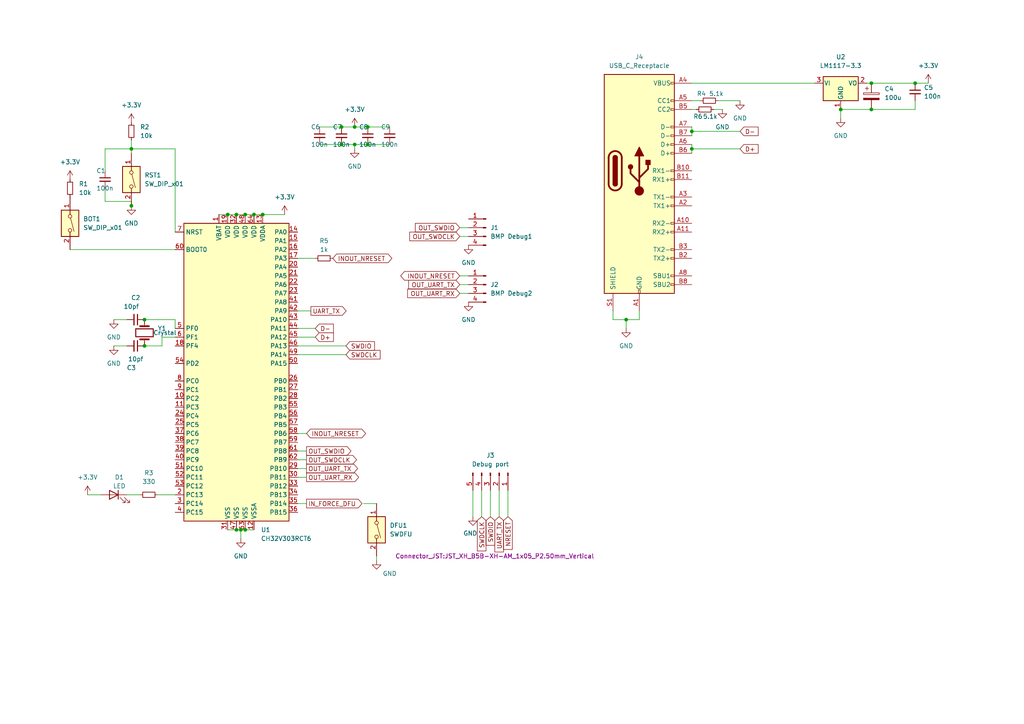
<source format=kicad_sch>
(kicad_sch (version 20231120) (generator "eeschema") (generator_version "8.0")
  (paper "A4")
  (lib_symbols
    (symbol "Connector:Conn_01x04_Male" (pin_names (offset 1.016) hide)
      (property "Reference" "J" (at 0 5.08 0))
      (property "Value" "Conn_01x04_Male" (at 0 -7.62 0))
      (symbol "Conn_01x04_Male_1_1"
        (polyline (pts (xy 1.27 -5.08) (xy 0.8636 -5.08)) (stroke (width 0.1524)))
        (polyline (pts (xy 1.27 -2.54) (xy 0.8636 -2.54)) (stroke (width 0.1524)))
        (polyline (pts (xy 1.27 0) (xy 0.8636 0)) (stroke (width 0.1524)))
        (polyline (pts (xy 1.27 2.54) (xy 0.8636 2.54)) (stroke (width 0.1524)))
        (rectangle (start 0.8636 -4.953) (end 0 -5.207) (stroke (width 0.1524)) (fill (type outline)))
        (rectangle (start 0.8636 -2.413) (end 0 -2.667) (stroke (width 0.1524)) (fill (type outline)))
        (rectangle (start 0.8636 0.127) (end 0 -0.127) (stroke (width 0.1524)) (fill (type outline)))
        (rectangle (start 0.8636 2.667) (end 0 2.413) (stroke (width 0.1524)) (fill (type outline)))
        (pin passive line (at 5.08 2.54 180) (length 3.81) (name "Pin_1") (number "1"))
        (pin passive line (at 5.08 0 180) (length 3.81) (name "Pin_2") (number "2"))
        (pin passive line (at 5.08 -2.54 180) (length 3.81) (name "Pin_3") (number "3"))
        (pin passive line (at 5.08 -5.08 180) (length 3.81) (name "Pin_4") (number "4"))
      )
    )
    (symbol "Connector:Conn_01x05_Male" (pin_names (offset 1.016) hide)
      (property "Reference" "J" (at 0 7.62 0))
      (property "Value" "Conn_01x05_Male" (at 0 -7.62 0))
      (symbol "Conn_01x05_Male_1_1"
        (polyline (pts (xy 1.27 -5.08) (xy 0.8636 -5.08)) (stroke (width 0.1524)))
        (polyline (pts (xy 1.27 -2.54) (xy 0.8636 -2.54)) (stroke (width 0.1524)))
        (polyline (pts (xy 1.27 0) (xy 0.8636 0)) (stroke (width 0.1524)))
        (polyline (pts (xy 1.27 2.54) (xy 0.8636 2.54)) (stroke (width 0.1524)))
        (polyline (pts (xy 1.27 5.08) (xy 0.8636 5.08)) (stroke (width 0.1524)))
        (rectangle (start 0.8636 -4.953) (end 0 -5.207) (stroke (width 0.1524)) (fill (type outline)))
        (rectangle (start 0.8636 -2.413) (end 0 -2.667) (stroke (width 0.1524)) (fill (type outline)))
        (rectangle (start 0.8636 0.127) (end 0 -0.127) (stroke (width 0.1524)) (fill (type outline)))
        (rectangle (start 0.8636 2.667) (end 0 2.413) (stroke (width 0.1524)) (fill (type outline)))
        (rectangle (start 0.8636 5.207) (end 0 4.953) (stroke (width 0.1524)) (fill (type outline)))
        (pin passive line (at 5.08 5.08 180) (length 3.81) (name "Pin_1") (number "1"))
        (pin passive line (at 5.08 2.54 180) (length 3.81) (name "Pin_2") (number "2"))
        (pin passive line (at 5.08 0 180) (length 3.81) (name "Pin_3") (number "3"))
        (pin passive line (at 5.08 -2.54 180) (length 3.81) (name "Pin_4") (number "4"))
        (pin passive line (at 5.08 -5.08 180) (length 3.81) (name "Pin_5") (number "5"))
      )
    )
    (symbol "Connector:USB_C_Receptacle" (pin_names (offset 1.016))
      (property "Reference" "J" (at -10.16 29.21 0))
      (property "Value" "USB_C_Receptacle" (at 10.16 29.21 0))
      (symbol "USB_C_Receptacle_0_0"
        (rectangle (start -0.254 -35.56) (end 0.254 -34.544))
        (rectangle (start 10.16 -32.766) (end 9.144 -33.274))
        (rectangle (start 10.16 -30.226) (end 9.144 -30.734))
        (rectangle (start 10.16 -25.146) (end 9.144 -25.654))
        (rectangle (start 10.16 -22.606) (end 9.144 -23.114))
        (rectangle (start 10.16 -17.526) (end 9.144 -18.034))
        (rectangle (start 10.16 -14.986) (end 9.144 -15.494))
        (rectangle (start 10.16 -9.906) (end 9.144 -10.414))
        (rectangle (start 10.16 -7.366) (end 9.144 -7.874))
        (rectangle (start 10.16 -2.286) (end 9.144 -2.794))
        (rectangle (start 10.16 0.254) (end 9.144 -0.254))
        (rectangle (start 10.16 5.334) (end 9.144 4.826))
        (rectangle (start 10.16 7.874) (end 9.144 7.366))
        (rectangle (start 10.16 10.414) (end 9.144 9.906))
        (rectangle (start 10.16 12.954) (end 9.144 12.446))
        (rectangle (start 10.16 18.034) (end 9.144 17.526))
        (rectangle (start 10.16 20.574) (end 9.144 20.066))
        (rectangle (start 10.16 25.654) (end 9.144 25.146))
      )
      (symbol "USB_C_Receptacle_0_1"
        (rectangle (start -10.16 27.94) (end 10.16 -35.56) (stroke (width 0.254)) (fill (type background)))
        (arc (start -8.89 -3.81) (mid -6.985 -5.7067) (end -5.08 -3.81) (stroke (width 0.508)))
        (arc (start -7.62 -3.81) (mid -6.985 -4.4423) (end -6.35 -3.81) (stroke (width 0.254)))
        (arc (start -7.62 -3.81) (mid -6.985 -4.4423) (end -6.35 -3.81) (stroke (width 0.254)) (fill (type outline)))
        (rectangle (start -7.62 -3.81) (end -6.35 3.81) (stroke (width 0.254)) (fill (type outline)))
        (arc (start -6.35 3.81) (mid -6.985 4.4423) (end -7.62 3.81) (stroke (width 0.254)))
        (arc (start -6.35 3.81) (mid -6.985 4.4423) (end -7.62 3.81) (stroke (width 0.254)) (fill (type outline)))
        (arc (start -5.08 3.81) (mid -6.985 5.7067) (end -8.89 3.81) (stroke (width 0.508)))
        (polyline (pts (xy -8.89 -3.81) (xy -8.89 3.81)) (stroke (width 0.508)))
        (polyline (pts (xy -5.08 3.81) (xy -5.08 -3.81)) (stroke (width 0.508)))
      )
      (symbol "USB_C_Receptacle_1_1"
        (circle (center -2.54 1.143) (radius 0.635) (stroke (width 0.254)) (fill (type outline)))
        (circle (center 0 -5.842) (radius 1.27) (fill (type outline)))
        (polyline (pts (xy 0 -5.842) (xy 0 4.318)) (stroke (width 0.508)))
        (polyline (pts (xy 0 -3.302) (xy -2.54 -0.762) (xy -2.54 0.508)) (stroke (width 0.508)))
        (polyline (pts (xy 0 -2.032) (xy 2.54 0.508) (xy 2.54 1.778)) (stroke (width 0.508)))
        (polyline (pts (xy -1.27 4.318) (xy 0 6.858) (xy 1.27 4.318) (xy -1.27 4.318)) (stroke (width 0.254)) (fill (type outline)))
        (rectangle (start 1.905 1.778) (end 3.175 3.048) (stroke (width 0.254)) (fill (type outline)))
        (pin passive line (at 0 -40.64 90) (length 5.08) (name "GND") (number "A1"))
        (pin bidirectional line (at 15.24 -15.24 180) (length 5.08) (name "RX2-") (number "A10"))
        (pin bidirectional line (at 15.24 -17.78 180) (length 5.08) (name "RX2+") (number "A11"))
        (pin passive line (at 0 -40.64 90) (length 5.08) hide (name "GND") (number "A12"))
        (pin bidirectional line (at 15.24 -10.16 180) (length 5.08) (name "TX1+") (number "A2"))
        (pin bidirectional line (at 15.24 -7.62 180) (length 5.08) (name "TX1-") (number "A3"))
        (pin passive line (at 15.24 25.4 180) (length 5.08) (name "VBUS") (number "A4"))
        (pin bidirectional line (at 15.24 20.32 180) (length 5.08) (name "CC1") (number "A5"))
        (pin bidirectional line (at 15.24 7.62 180) (length 5.08) (name "D+") (number "A6"))
        (pin bidirectional line (at 15.24 12.7 180) (length 5.08) (name "D-") (number "A7"))
        (pin bidirectional line (at 15.24 -30.48 180) (length 5.08) (name "SBU1") (number "A8"))
        (pin passive line (at 15.24 25.4 180) (length 5.08) hide (name "VBUS") (number "A9"))
        (pin passive line (at 0 -40.64 90) (length 5.08) hide (name "GND") (number "B1"))
        (pin bidirectional line (at 15.24 0 180) (length 5.08) (name "RX1-") (number "B10"))
        (pin bidirectional line (at 15.24 -2.54 180) (length 5.08) (name "RX1+") (number "B11"))
        (pin passive line (at 0 -40.64 90) (length 5.08) hide (name "GND") (number "B12"))
        (pin bidirectional line (at 15.24 -25.4 180) (length 5.08) (name "TX2+") (number "B2"))
        (pin bidirectional line (at 15.24 -22.86 180) (length 5.08) (name "TX2-") (number "B3"))
        (pin passive line (at 15.24 25.4 180) (length 5.08) hide (name "VBUS") (number "B4"))
        (pin bidirectional line (at 15.24 17.78 180) (length 5.08) (name "CC2") (number "B5"))
        (pin bidirectional line (at 15.24 5.08 180) (length 5.08) (name "D+") (number "B6"))
        (pin bidirectional line (at 15.24 10.16 180) (length 5.08) (name "D-") (number "B7"))
        (pin bidirectional line (at 15.24 -33.02 180) (length 5.08) (name "SBU2") (number "B8"))
        (pin passive line (at 15.24 25.4 180) (length 5.08) hide (name "VBUS") (number "B9"))
        (pin passive line (at -7.62 -40.64 90) (length 5.08) (name "SHIELD") (number "S1"))
      )
    )
    (symbol "Device:C_Polarized" (pin_numbers hide) (pin_names (offset 0.254))
      (property "Reference" "C" (at 0.635 2.54 0))
      (property "Value" "C_Polarized" (at 0.635 -2.54 0))
      (symbol "C_Polarized_0_1"
        (rectangle (start -2.286 0.508) (end 2.286 1.016))
        (polyline (pts (xy -1.778 2.286) (xy -0.762 2.286)))
        (polyline (pts (xy -1.27 2.794) (xy -1.27 1.778)))
        (rectangle (start 2.286 -0.508) (end -2.286 -1.016) (fill (type outline)))
      )
      (symbol "C_Polarized_1_1"
        (pin passive line (at 0 3.81 270) (length 2.794) (name "~") (number "1"))
        (pin passive line (at 0 -3.81 90) (length 2.794) (name "~") (number "2"))
      )
    )
    (symbol "Device:C_Small" (pin_numbers hide) (pin_names (offset 0.254) hide)
      (property "Reference" "C" (at 0.254 1.778 0))
      (property "Value" "C_Small" (at 0.254 -2.032 0))
      (symbol "C_Small_0_1"
        (polyline (pts (xy -1.524 -0.508) (xy 1.524 -0.508)) (stroke (width 0.3302)))
        (polyline (pts (xy -1.524 0.508) (xy 1.524 0.508)) (stroke (width 0.3048)))
      )
      (symbol "C_Small_1_1"
        (pin passive line (at 0 2.54 270) (length 2.032) (name "~") (number "1"))
        (pin passive line (at 0 -2.54 90) (length 2.032) (name "~") (number "2"))
      )
    )
    (symbol "Device:Crystal" (pin_numbers hide) (pin_names (offset 1.016) hide)
      (property "Reference" "Y" (at 0 3.81 0))
      (property "Value" "Crystal" (at 0 -3.81 0))
      (symbol "Crystal_0_1"
        (rectangle (start -1.143 2.54) (end 1.143 -2.54) (stroke (width 0.3048)))
        (polyline (pts (xy -2.54 0) (xy -1.905 0)))
        (polyline (pts (xy -1.905 -1.27) (xy -1.905 1.27)) (stroke (width 0.508)))
        (polyline (pts (xy 1.905 -1.27) (xy 1.905 1.27)) (stroke (width 0.508)))
        (polyline (pts (xy 2.54 0) (xy 1.905 0)))
      )
      (symbol "Crystal_1_1"
        (pin passive line (at -3.81 0 0) (length 1.27) (name "1") (number "1"))
        (pin passive line (at 3.81 0 180) (length 1.27) (name "2") (number "2"))
      )
    )
    (symbol "Device:LED" (pin_numbers hide) (pin_names (offset 1.016) hide)
      (property "Reference" "D" (at 0 2.54 0))
      (property "Value" "LED" (at 0 -2.54 0))
      (symbol "LED_0_1"
        (polyline (pts (xy -1.27 -1.27) (xy -1.27 1.27)) (stroke (width 0.254)))
        (polyline (pts (xy -1.27 0) (xy 1.27 0)))
        (polyline (pts (xy 1.27 -1.27) (xy 1.27 1.27) (xy -1.27 0) (xy 1.27 -1.27)) (stroke (width 0.254)))
        (polyline (pts (xy -3.048 -0.762) (xy -4.572 -2.286) (xy -3.81 -2.286) (xy -4.572 -2.286) (xy -4.572 -1.524)))
        (polyline (pts (xy -1.778 -0.762) (xy -3.302 -2.286) (xy -2.54 -2.286) (xy -3.302 -2.286) (xy -3.302 -1.524)))
      )
      (symbol "LED_1_1"
        (pin passive line (at -3.81 0 0) (length 2.54) (name "K") (number "1"))
        (pin passive line (at 3.81 0 180) (length 2.54) (name "A") (number "2"))
      )
    )
    (symbol "Device:R_Small" (pin_numbers hide) (pin_names (offset 0.254) hide)
      (property "Reference" "R" (at 0.762 0.508 0))
      (property "Value" "R_Small" (at 0.762 -1.016 0))
      (symbol "R_Small_0_1"
        (rectangle (start -0.762 1.778) (end 0.762 -1.778) (stroke (width 0.2032)))
      )
      (symbol "R_Small_1_1"
        (pin passive line (at 0 2.54 270) (length 0.762) (name "~") (number "1"))
        (pin passive line (at 0 -2.54 90) (length 0.762) (name "~") (number "2"))
      )
    )
    (symbol "MCU_ST_STM32F3:STM32F303RCTx"
      (property "Reference" "U" (at -15.24 44.45 0))
      (property "Value" "STM32F303RCTx" (at 10.16 44.45 0))
      (symbol "STM32F303RCTx_0_1"
        (rectangle (start -15.24 -43.18) (end 15.24 43.18) (stroke (width 0.254)) (fill (type background)))
      )
      (symbol "STM32F303RCTx_1_1"
        (pin power_in line (at -5.08 45.72 270) (length 2.54) (name "VBAT") (number "1"))
        (pin bidirectional line (at -17.78 -7.62 0) (length 2.54) (name "PC2") (number "10"))
        (pin bidirectional line (at -17.78 -10.16 0) (length 2.54) (name "PC3") (number "11"))
        (pin power_in line (at 5.08 -45.72 90) (length 2.54) (name "VSSA") (number "12"))
        (pin power_in line (at 7.62 45.72 270) (length 2.54) (name "VDDA") (number "13"))
        (pin bidirectional line (at 17.78 40.64 180) (length 2.54) (name "PA0") (number "14"))
        (pin bidirectional line (at 17.78 38.1 180) (length 2.54) (name "PA1") (number "15"))
        (pin bidirectional line (at 17.78 35.56 180) (length 2.54) (name "PA2") (number "16"))
        (pin bidirectional line (at 17.78 33.02 180) (length 2.54) (name "PA3") (number "17"))
        (pin bidirectional line (at -17.78 7.62 0) (length 2.54) (name "PF4") (number "18"))
        (pin power_in line (at -2.54 45.72 270) (length 2.54) (name "VDD") (number "19"))
        (pin bidirectional line (at -17.78 -35.56 0) (length 2.54) (name "PC13") (number "2"))
        (pin bidirectional line (at 17.78 30.48 180) (length 2.54) (name "PA4") (number "20"))
        (pin bidirectional line (at 17.78 27.94 180) (length 2.54) (name "PA5") (number "21"))
        (pin bidirectional line (at 17.78 25.4 180) (length 2.54) (name "PA6") (number "22"))
        (pin bidirectional line (at 17.78 22.86 180) (length 2.54) (name "PA7") (number "23"))
        (pin bidirectional line (at -17.78 -12.7 0) (length 2.54) (name "PC4") (number "24"))
        (pin bidirectional line (at -17.78 -15.24 0) (length 2.54) (name "PC5") (number "25"))
        (pin bidirectional line (at 17.78 -2.54 180) (length 2.54) (name "PB0") (number "26"))
        (pin bidirectional line (at 17.78 -5.08 180) (length 2.54) (name "PB1") (number "27"))
        (pin bidirectional line (at 17.78 -7.62 180) (length 2.54) (name "PB2") (number "28"))
        (pin bidirectional line (at 17.78 -27.94 180) (length 2.54) (name "PB10") (number "29"))
        (pin bidirectional line (at -17.78 -38.1 0) (length 2.54) (name "PC14") (number "3"))
        (pin bidirectional line (at 17.78 -30.48 180) (length 2.54) (name "PB11") (number "30"))
        (pin power_in line (at -2.54 -45.72 90) (length 2.54) (name "VSS") (number "31"))
        (pin power_in line (at 0 45.72 270) (length 2.54) (name "VDD") (number "32"))
        (pin bidirectional line (at 17.78 -33.02 180) (length 2.54) (name "PB12") (number "33"))
        (pin bidirectional line (at 17.78 -35.56 180) (length 2.54) (name "PB13") (number "34"))
        (pin bidirectional line (at 17.78 -38.1 180) (length 2.54) (name "PB14") (number "35"))
        (pin bidirectional line (at 17.78 -40.64 180) (length 2.54) (name "PB15") (number "36"))
        (pin bidirectional line (at -17.78 -17.78 0) (length 2.54) (name "PC6") (number "37"))
        (pin bidirectional line (at -17.78 -20.32 0) (length 2.54) (name "PC7") (number "38"))
        (pin bidirectional line (at -17.78 -22.86 0) (length 2.54) (name "PC8") (number "39"))
        (pin bidirectional line (at -17.78 -40.64 0) (length 2.54) (name "PC15") (number "4"))
        (pin bidirectional line (at -17.78 -25.4 0) (length 2.54) (name "PC9") (number "40"))
        (pin bidirectional line (at 17.78 20.32 180) (length 2.54) (name "PA8") (number "41"))
        (pin bidirectional line (at 17.78 17.78 180) (length 2.54) (name "PA9") (number "42"))
        (pin bidirectional line (at 17.78 15.24 180) (length 2.54) (name "PA10") (number "43"))
        (pin bidirectional line (at 17.78 12.7 180) (length 2.54) (name "PA11") (number "44"))
        (pin bidirectional line (at 17.78 10.16 180) (length 2.54) (name "PA12") (number "45"))
        (pin bidirectional line (at 17.78 7.62 180) (length 2.54) (name "PA13") (number "46"))
        (pin power_in line (at 0 -45.72 90) (length 2.54) (name "VSS") (number "47"))
        (pin power_in line (at 2.54 45.72 270) (length 2.54) (name "VDD") (number "48"))
        (pin bidirectional line (at 17.78 5.08 180) (length 2.54) (name "PA14") (number "49"))
        (pin input line (at -17.78 12.7 0) (length 2.54) (name "PF0") (number "5"))
        (pin bidirectional line (at 17.78 2.54 180) (length 2.54) (name "PA15") (number "50"))
        (pin bidirectional line (at -17.78 -27.94 0) (length 2.54) (name "PC10") (number "51"))
        (pin bidirectional line (at -17.78 -30.48 0) (length 2.54) (name "PC11") (number "52"))
        (pin bidirectional line (at -17.78 -33.02 0) (length 2.54) (name "PC12") (number "53"))
        (pin bidirectional line (at -17.78 2.54 0) (length 2.54) (name "PD2") (number "54"))
        (pin bidirectional line (at 17.78 -10.16 180) (length 2.54) (name "PB3") (number "55"))
        (pin bidirectional line (at 17.78 -12.7 180) (length 2.54) (name "PB4") (number "56"))
        (pin bidirectional line (at 17.78 -15.24 180) (length 2.54) (name "PB5") (number "57"))
        (pin bidirectional line (at 17.78 -17.78 180) (length 2.54) (name "PB6") (number "58"))
        (pin bidirectional line (at 17.78 -20.32 180) (length 2.54) (name "PB7") (number "59"))
        (pin input line (at -17.78 10.16 0) (length 2.54) (name "PF1") (number "6"))
        (pin input line (at -17.78 35.56 0) (length 2.54) (name "BOOT0") (number "60"))
        (pin bidirectional line (at 17.78 -22.86 180) (length 2.54) (name "PB8") (number "61"))
        (pin bidirectional line (at 17.78 -25.4 180) (length 2.54) (name "PB9") (number "62"))
        (pin power_in line (at 2.54 -45.72 90) (length 2.54) (name "VSS") (number "63"))
        (pin power_in line (at 5.08 45.72 270) (length 2.54) (name "VDD") (number "64"))
        (pin input line (at -17.78 40.64 0) (length 2.54) (name "NRST") (number "7"))
        (pin bidirectional line (at -17.78 -2.54 0) (length 2.54) (name "PC0") (number "8"))
        (pin bidirectional line (at -17.78 -5.08 0) (length 2.54) (name "PC1") (number "9"))
      )
    )
    (symbol "Regulator_Linear:LM1117-3.3" (pin_names (offset 0.254))
      (property "Reference" "U" (at -3.81 3.175 0))
      (property "Value" "LM1117-3.3" (at 0 3.175 0))
      (symbol "LM1117-3.3_0_1"
        (rectangle (start -5.08 -5.08) (end 5.08 1.905) (stroke (width 0.254)) (fill (type background)))
      )
      (symbol "LM1117-3.3_1_1"
        (pin power_in line (at 0 -7.62 90) (length 2.54) (name "GND") (number "1"))
        (pin power_out line (at 7.62 0 180) (length 2.54) (name "VO") (number "2"))
        (pin power_in line (at -7.62 0 0) (length 2.54) (name "VI") (number "3"))
      )
    )
    (symbol "Switch:SW_DIP_x01" (pin_names (offset 0) hide)
      (property "Reference" "SW" (at 0 3.81 0))
      (property "Value" "SW_DIP_x01" (at 0 -3.81 0))
      (symbol "SW_DIP_x01_0_0"
        (circle (center -2.032 0) (radius 0.508))
        (polyline (pts (xy -1.524 0.127) (xy 2.3622 1.1684)))
        (circle (center 2.032 0) (radius 0.508))
      )
      (symbol "SW_DIP_x01_0_1"
        (rectangle (start -3.81 2.54) (end 3.81 -2.54) (stroke (width 0.254)) (fill (type background)))
      )
      (symbol "SW_DIP_x01_1_1"
        (pin passive line (at -7.62 0 0) (length 5.08) (name "~") (number "1"))
        (pin passive line (at 7.62 0 180) (length 5.08) (name "~") (number "2"))
      )
    )
    (symbol "power:+3.3V" (power) (pin_names (offset 0))
      (property "Value" "+3.3V" (at 0 3.556 0))
      (symbol "+3.3V_0_1"
        (polyline (pts (xy -0.762 1.27) (xy 0 2.54)))
        (polyline (pts (xy 0 0) (xy 0 2.54)))
        (polyline (pts (xy 0 2.54) (xy 0.762 1.27)))
      )
      (symbol "+3.3V_1_1"
        (pin power_in line (at 0 0 90) (length 0) hide (name "+3.3V") (number "1"))
      )
    )
    (symbol "power:GND" (power) (pin_names (offset 0))
      (property "Value" "GND" (at 0 -3.81 0))
      (symbol "GND_0_1"
        (polyline (pts (xy 0 0) (xy 0 -1.27) (xy 1.27 -1.27) (xy 0 -2.54) (xy -1.27 -1.27) (xy 0 -1.27)))
      )
      (symbol "GND_1_1"
        (pin power_in line (at 0 0 270) (length 0) hide (name "GND") (number "1"))
      )
    )
  )
  (junction (at 99.06 41.91))
  (junction (at 106.68 36.83))
  (junction (at 68.58 153.67))
  (junction (at 71.12 153.67))
  (junction (at 73.66 62.23))
  (junction (at 99.06 36.83))
  (junction (at 38.1 43.18))
  (junction (at 69.85 153.67))
  (junction (at 102.87 36.83))
  (junction (at 41.91 92.71))
  (junction (at 252.73 24.13))
  (junction (at 68.58 62.23))
  (junction (at 243.84 31.75))
  (junction (at 76.2 62.23))
  (junction (at 71.12 62.23))
  (junction (at 265.43 24.13))
  (junction (at 200.66 38.1))
  (junction (at 252.73 31.75))
  (junction (at 106.68 41.91))
  (junction (at 38.1 59.69))
  (junction (at 200.66 43.18))
  (junction (at 66.04 62.23))
  (junction (at 181.61 92.71))
  (junction (at 41.91 100.33))
  (junction (at 102.87 41.91))
  (wire (pts (xy 99.06 41.91) (xy 102.87 41.91)))
  (wire (pts (xy 252.73 31.75) (xy 265.43 31.75)))
  (wire (pts (xy 66.04 153.67) (xy 68.58 153.67)))
  (wire (pts (xy 38.1 40.64) (xy 38.1 43.18)))
  (wire (pts (xy 243.84 31.75) (xy 252.73 31.75)))
  (wire (pts (xy 200.66 38.1) (xy 214.63 38.1)))
  (wire (pts (xy 252.73 24.13) (xy 265.43 24.13)))
  (wire (pts (xy 38.1 43.18) (xy 50.8 43.18)))
  (wire (pts (xy 200.66 24.13) (xy 236.22 24.13)))
  (wire (pts (xy 20.32 72.39) (xy 50.8 72.39)))
  (wire (pts (xy 69.85 153.67) (xy 71.12 153.67)))
  (wire (pts (xy 46.99 97.79) (xy 46.99 100.33)))
  (wire (pts (xy 133.35 80.01) (xy 135.89 80.01)))
  (wire (pts (xy 265.43 24.13) (xy 269.24 24.13)))
  (wire (pts (xy 265.43 29.21) (xy 265.43 31.75)))
  (wire (pts (xy 243.84 31.75) (xy 243.84 34.29)))
  (wire (pts (xy 142.24 142.24) (xy 142.24 149.86)))
  (wire (pts (xy 38.1 58.42) (xy 38.1 59.69)))
  (wire (pts (xy 144.78 142.24) (xy 144.78 149.86)))
  (wire (pts (xy 71.12 62.23) (xy 73.66 62.23)))
  (wire (pts (xy 181.61 92.71) (xy 185.42 92.71)))
  (wire (pts (xy 76.2 62.23) (xy 82.55 62.23)))
  (wire (pts (xy 30.48 49.53) (xy 30.48 43.18)))
  (wire (pts (xy 36.83 143.51) (xy 40.64 143.51)))
  (wire (pts (xy 30.48 54.61) (xy 30.48 58.42)))
  (wire (pts (xy 200.66 36.83) (xy 200.66 38.1)))
  (wire (pts (xy 133.35 66.04) (xy 135.89 66.04)))
  (wire (pts (xy 86.36 95.25) (xy 91.44 95.25)))
  (wire (pts (xy 41.91 100.33) (xy 46.99 100.33)))
  (wire (pts (xy 208.28 29.21) (xy 214.63 29.21)))
  (wire (pts (xy 185.42 90.17) (xy 185.42 92.71)))
  (wire (pts (xy 63.5 62.23) (xy 66.04 62.23)))
  (wire (pts (xy 102.87 41.91) (xy 106.68 41.91)))
  (wire (pts (xy 105.41 146.05) (xy 109.22 146.05)))
  (wire (pts (xy 177.8 92.71) (xy 181.61 92.71)))
  (wire (pts (xy 200.66 43.18) (xy 200.66 44.45)))
  (wire (pts (xy 102.87 41.91) (xy 102.87 43.18)))
  (wire (pts (xy 68.58 153.67) (xy 69.85 153.67)))
  (wire (pts (xy 30.48 43.18) (xy 38.1 43.18)))
  (wire (pts (xy 86.36 125.73) (xy 88.9 125.73)))
  (wire (pts (xy 200.66 29.21) (xy 203.2 29.21)))
  (wire (pts (xy 86.36 100.33) (xy 100.33 100.33)))
  (wire (pts (xy 200.66 38.1) (xy 200.66 39.37)))
  (wire (pts (xy 38.1 43.18) (xy 38.1 44.45)))
  (wire (pts (xy 133.35 85.09) (xy 135.89 85.09)))
  (wire (pts (xy 102.87 36.83) (xy 106.68 36.83)))
  (wire (pts (xy 139.7 142.24) (xy 139.7 149.86)))
  (wire (pts (xy 30.48 58.42) (xy 38.1 58.42)))
  (wire (pts (xy 86.36 135.89) (xy 88.9 135.89)))
  (wire (pts (xy 33.02 100.33) (xy 36.83 100.33)))
  (wire (pts (xy 181.61 92.71) (xy 181.61 95.25)))
  (wire (pts (xy 86.36 138.43) (xy 88.9 138.43)))
  (wire (pts (xy 92.71 41.91) (xy 99.06 41.91)))
  (wire (pts (xy 69.85 153.67) (xy 69.85 156.21)))
  (wire (pts (xy 86.36 74.93) (xy 91.44 74.93)))
  (wire (pts (xy 25.4 143.51) (xy 29.21 143.51)))
  (wire (pts (xy 200.66 43.18) (xy 214.63 43.18)))
  (wire (pts (xy 73.66 62.23) (xy 76.2 62.23)))
  (wire (pts (xy 177.8 90.17) (xy 177.8 92.71)))
  (wire (pts (xy 147.32 142.24) (xy 147.32 149.86)))
  (wire (pts (xy 68.58 62.23) (xy 71.12 62.23)))
  (wire (pts (xy 50.8 43.18) (xy 50.8 67.31)))
  (wire (pts (xy 86.36 90.17) (xy 90.17 90.17)))
  (wire (pts (xy 133.35 68.58) (xy 135.89 68.58)))
  (wire (pts (xy 200.66 41.91) (xy 200.66 43.18)))
  (wire (pts (xy 137.16 142.24) (xy 137.16 149.86)))
  (wire (pts (xy 86.36 97.79) (xy 91.44 97.79)))
  (wire (pts (xy 106.68 41.91) (xy 113.03 41.91)))
  (wire (pts (xy 71.12 153.67) (xy 73.66 153.67)))
  (wire (pts (xy 106.68 36.83) (xy 113.03 36.83)))
  (wire (pts (xy 45.72 143.51) (xy 50.8 143.51)))
  (wire (pts (xy 86.36 102.87) (xy 100.33 102.87)))
  (wire (pts (xy 109.22 161.29) (xy 109.22 162.56)))
  (wire (pts (xy 251.46 24.13) (xy 252.73 24.13)))
  (wire (pts (xy 50.8 97.79) (xy 46.99 97.79)))
  (wire (pts (xy 99.06 36.83) (xy 102.87 36.83)))
  (wire (pts (xy 50.8 95.25) (xy 50.8 92.71)))
  (wire (pts (xy 86.36 133.35) (xy 88.9 133.35)))
  (wire (pts (xy 66.04 62.23) (xy 68.58 62.23)))
  (wire (pts (xy 41.91 92.71) (xy 50.8 92.71)))
  (wire (pts (xy 33.02 92.71) (xy 36.83 92.71)))
  (wire (pts (xy 133.35 82.55) (xy 135.89 82.55)))
  (wire (pts (xy 86.36 130.81) (xy 88.9 130.81)))
  (wire (pts (xy 92.71 36.83) (xy 99.06 36.83)))
  (wire (pts (xy 207.01 31.75) (xy 209.55 31.75)))
  (wire (pts (xy 200.66 31.75) (xy 201.93 31.75)))
  (wire (pts (xy 86.36 146.05) (xy 88.9 146.05)))
  (global_label "SWDCLK" (shape input) (at 100.33 102.87 0) (property "Intersheetrefs" "${INTERSHEET_REFS}" (effects (hide yes))))
  (global_label "OUT_SWDIO" (shape input) (at 133.35 66.04 180) (property "Intersheetrefs" "${INTERSHEET_REFS}" (effects (hide yes))))
  (global_label "D-" (shape input) (at 91.44 95.25 0) (property "Intersheetrefs" "${INTERSHEET_REFS}" (effects (hide yes))))
  (global_label "OUT_UART_RX" (shape input) (at 133.35 85.09 180) (property "Intersheetrefs" "${INTERSHEET_REFS}" (effects (hide yes))))
  (global_label "OUT_UART_RX" (shape output) (at 88.9 138.43 0) (property "Intersheetrefs" "${INTERSHEET_REFS}" (effects (hide yes))))
  (global_label "OUT_SWDCLK" (shape input) (at 133.35 68.58 180) (property "Intersheetrefs" "${INTERSHEET_REFS}" (effects (hide yes))))
  (global_label "OUT_UART_TX" (shape output) (at 88.9 135.89 0) (property "Intersheetrefs" "${INTERSHEET_REFS}" (effects (hide yes))))
  (global_label "UART_TX" (shape output) (at 90.17 90.17 0) (property "Intersheetrefs" "${INTERSHEET_REFS}" (effects (hide yes))))
  (global_label "OUT_SWDCLK" (shape output) (at 88.9 133.35 0) (property "Intersheetrefs" "${INTERSHEET_REFS}" (effects (hide yes))))
  (global_label "UART_TX" (shape input) (at 144.78 149.86 270) (property "Intersheetrefs" "${INTERSHEET_REFS}" (effects (hide yes))))
  (global_label "OUT_UART_TX" (shape input) (at 133.35 82.55 180) (property "Intersheetrefs" "${INTERSHEET_REFS}" (effects (hide yes))))
  (global_label "D+" (shape input) (at 91.44 97.79 0) (property "Intersheetrefs" "${INTERSHEET_REFS}" (effects (hide yes))))
  (global_label "SWDCLK" (shape input) (at 139.7 149.86 270) (property "Intersheetrefs" "${INTERSHEET_REFS}" (effects (hide yes))))
  (global_label "SWDIO" (shape input) (at 142.24 149.86 270) (property "Intersheetrefs" "${INTERSHEET_REFS}" (effects (hide yes))))
  (global_label "INOUT_NRESET" (shape bidirectional) (at 88.9 125.73 0) (property "Intersheetrefs" "${INTERSHEET_REFS}" (effects (hide yes))))
  (global_label "OUT_SWDIO" (shape output) (at 88.9 130.81 0) (property "Intersheetrefs" "${INTERSHEET_REFS}" (effects (hide yes))))
  (global_label "IN_FORCE_DFU" (shape output) (at 88.9 146.05 0) (property "Intersheetrefs" "${INTERSHEET_REFS}" (effects (hide yes))))
  (global_label "SWDIO" (shape input) (at 100.33 100.33 0) (property "Intersheetrefs" "${INTERSHEET_REFS}" (effects (hide yes))))
  (global_label "INOUT_NRESET" (shape bidirectional) (at 133.35 80.01 180) (property "Intersheetrefs" "${INTERSHEET_REFS}" (effects (hide yes))))
  (global_label "D+" (shape input) (at 214.63 43.18 0) (property "Intersheetrefs" "${INTERSHEET_REFS}" (effects (hide yes))))
  (global_label "D-" (shape input) (at 214.63 38.1 0) (property "Intersheetrefs" "${INTERSHEET_REFS}" (effects (hide yes))))
  (global_label "NRESET" (shape input) (at 147.32 149.86 270) (property "Intersheetrefs" "${INTERSHEET_REFS}" (effects (hide yes))))
  (global_label "INOUT_NRESET" (shape bidirectional) (at 96.52 74.93 0) (property "Intersheetrefs" "${INTERSHEET_REFS}" (effects (hide yes))))
  (symbol (lib_id "Device:C_Small") (at 106.68 39.37 0) (unit 1)
    (property "Reference" "C8" (at 104.14 36.83 0) (effects (justify left)))
    (property "Value" "100n" (at 104.14 41.91 0) (effects (justify left)))
    (property "Footprint" "Resistor_SMD:R_0603_1608Metric" (effects (hide yes)))
  )
  (symbol (lib_id "Device:C_Small") (at 39.37 100.33 270) (unit 1)
    (property "Reference" "C3" (at 38.1 106.68 90))
    (property "Value" "10pf" (at 39.37 104.14 90))
    (property "Footprint" "Resistor_SMD:R_0603_1608Metric" (effects (hide yes)))
  )
  (symbol (lib_id "power:GND") (at 181.61 95.25 0) (unit 1)
    (property "Reference" "#PWR013" (effects (hide yes)))
    (property "Value" "GND" (at 181.61 100.33 0))
  )
  (symbol (lib_id "Switch:SW_DIP_x01") (at 38.1 52.07 270) (unit 1)
    (property "Reference" "RST1" (at 41.91 50.8 90) (effects (justify left)))
    (property "Value" "SW_DIP_x01" (at 41.91 53.34 90) (effects (justify left)))
    (property "Footprint" "Button_Switch_SMD:SW_SPST_CK_RS282G05A3" (effects (hide yes)))
  )
  (symbol (lib_id "Device:R_Small") (at 20.32 54.61 0) (unit 1)
    (property "Reference" "R1" (at 22.86 53.3399 0) (effects (justify left)))
    (property "Value" "10k" (at 22.86 55.8799 0) (effects (justify left)))
    (property "Footprint" "Resistor_SMD:R_0603_1608Metric" (effects (hide yes)))
  )
  (symbol (lib_id "power:GND") (at 135.89 87.63 0) (unit 1)
    (property "Reference" "#PWR011" (effects (hide yes)))
    (property "Value" "GND" (at 135.89 92.71 0))
  )
  (symbol (lib_id "power:GND") (at 209.55 31.75 0) (unit 1)
    (property "Reference" "#PWR019" (effects (hide yes)))
    (property "Value" "GND" (at 209.55 36.83 0))
  )
  (symbol (lib_id "power:GND") (at 243.84 34.29 0) (unit 1)
    (property "Reference" "#PWR014" (effects (hide yes)))
    (property "Value" "GND" (at 243.84 39.37 0))
  )
  (symbol (lib_id "power:GND") (at 135.89 71.12 0) (unit 1)
    (property "Reference" "#PWR010" (effects (hide yes)))
    (property "Value" "GND" (at 135.89 76.2 0))
  )
  (symbol (lib_id "Device:C_Small") (at 113.03 39.37 0) (unit 1)
    (property "Reference" "C9" (at 110.49 36.83 0) (effects (justify left)))
    (property "Value" "100n" (at 110.49 41.91 0) (effects (justify left)))
    (property "Footprint" "Resistor_SMD:R_0603_1608Metric" (effects (hide yes)))
  )
  (symbol (lib_id "Connector:Conn_01x04_Male") (at 140.97 82.55 0) (mirror y) (unit 1)
    (property "Reference" "J2" (at 142.24 82.5499 0) (effects (justify right)))
    (property "Value" "BMP Debug2" (at 142.24 85.0899 0) (effects (justify right)))
    (property "Footprint" "Connector_JST:JST_XH_B4B-XH-A_1x04_P2.50mm_Vertical" (effects (hide yes)))
  )
  (symbol (lib_id "Device:C_Small") (at 265.43 26.67 0) (unit 1)
    (property "Reference" "C5" (at 267.97 25.4062 0) (effects (justify left)))
    (property "Value" "100n" (at 267.97 27.9462 0) (effects (justify left)))
    (property "Footprint" "Resistor_SMD:R_0603_1608Metric" (effects (hide yes)))
  )
  (symbol (lib_id "Device:LED") (at 33.02 143.51 0) (mirror y) (unit 1)
    (property "Reference" "D1" (at 34.6075 138.43 0))
    (property "Value" "LED" (at 34.6075 140.97 0))
    (property "Footprint" "Diode_SMD:D_0805_2012Metric" (effects (hide yes)))
  )
  (symbol (lib_id "power:+3.3V") (at 269.24 24.13 0) (unit 1)
    (property "Reference" "#PWR015" (effects (hide yes)))
    (property "Value" "+3.3V" (at 269.24 19.05 0))
  )
  (symbol (lib_id "Regulator_Linear:LM1117-3.3") (at 243.84 24.13 0) (unit 1)
    (property "Reference" "U2" (at 243.84 16.51 0))
    (property "Value" "LM1117-3.3" (at 243.84 19.05 0))
    (property "Footprint" "Package_TO_SOT_SMD:SOT-223" (effects (hide yes)))
    (property "Datasheet" "http://www.ti.com/lit/ds/symlink/lm1117.pdf" (effects (hide yes)))
  )
  (symbol (lib_id "Device:C_Polarized") (at 252.73 27.94 0) (unit 1)
    (property "Reference" "C4" (at 256.54 25.7809 0) (effects (justify left)))
    (property "Value" "100u" (at 256.54 28.3209 0) (effects (justify left)))
    (property "Footprint" "Capacitor_THT:CP_Radial_D4.0mm_P2.00mm" (effects (hide yes)))
  )
  (symbol (lib_id "Device:C_Small") (at 99.06 39.37 0) (unit 1)
    (property "Reference" "C7" (at 96.52 36.83 0) (effects (justify left)))
    (property "Value" "100n" (at 96.52 41.91 0) (effects (justify left)))
    (property "Footprint" "Resistor_SMD:R_0603_1608Metric" (effects (hide yes)))
  )
  (symbol (lib_id "power:+3.3V") (at 102.87 36.83 0) (unit 1)
    (property "Reference" "#PWR016" (effects (hide yes)))
    (property "Value" "+3.3V" (at 102.87 31.75 0))
  )
  (symbol (lib_id "power:+3.3V") (at 25.4 143.51 0) (unit 1)
    (property "Reference" "#PWR02" (effects (hide yes)))
    (property "Value" "+3.3V" (at 25.4 138.43 0))
  )
  (symbol (lib_id "Device:R_Small") (at 38.1 38.1 0) (unit 1)
    (property "Reference" "R2" (at 40.64 36.8299 0) (effects (justify left)))
    (property "Value" "10k" (at 40.64 39.3699 0) (effects (justify left)))
    (property "Footprint" "Resistor_SMD:R_0603_1608Metric" (effects (hide yes)))
  )
  (symbol (lib_id "power:GND") (at 214.63 29.21 0) (unit 1)
    (property "Reference" "#PWR09" (effects (hide yes)))
    (property "Value" "GND" (at 214.63 34.29 0))
  )
  (symbol (lib_id "MCU_ST_STM32F3:STM32F303RCTx") (at 68.58 107.95 0) (unit 1)
    (property "Reference" "U1" (at 75.6794 153.67 0) (effects (justify left)))
    (property "Value" "CH32V303RCT6" (at 75.6794 156.21 0) (effects (justify left)))
    (property "Footprint" "Package_QFP:LQFP-64_10x10mm_P0.5mm" (effects (hide yes)))
    (property "Datasheet" "http://www.st.com/st-web-ui/static/active/en/resource/technical/document/datasheet/DM00058181.pdf" (effects (hide yes)))
  )
  (symbol (lib_id "power:GND") (at 69.85 156.21 0) (unit 1)
    (property "Reference" "#PWR07" (effects (hide yes)))
    (property "Value" "GND" (at 69.85 161.29 0))
  )
  (symbol (lib_id "Connector:Conn_01x04_Male") (at 140.97 66.04 0) (mirror y) (unit 1)
    (property "Reference" "J1" (at 142.24 66.0399 0) (effects (justify right)))
    (property "Value" "BMP Debug1" (at 142.24 68.5799 0) (effects (justify right)))
    (property "Footprint" "Connector_JST:JST_XH_B4B-XH-A_1x04_P2.50mm_Vertical" (effects (hide yes)))
  )
  (symbol (lib_id "Device:C_Small") (at 92.71 39.37 0) (unit 1)
    (property "Reference" "C6" (at 90.17 36.83 0) (effects (justify left)))
    (property "Value" "100n" (at 90.17 41.91 0) (effects (justify left)))
    (property "Footprint" "Resistor_SMD:R_0603_1608Metric" (effects (hide yes)))
  )
  (symbol (lib_id "Connector:Conn_01x05_Male") (at 142.24 137.16 270) (unit 1)
    (property "Reference" "J3" (at 142.24 132.08 90))
    (property "Value" "Debug port" (at 142.24 134.62 90))
    (property "Footprint" "Connector_JST:JST_XH_B5B-XH-AM_1x05_P2.50mm_Vertical" (at 143.51 161.29 90))
  )
  (symbol (lib_id "Device:C_Small") (at 30.48 52.07 0) (unit 1)
    (property "Reference" "C1" (at 27.94 49.53 0) (effects (justify left)))
    (property "Value" "100n" (at 27.94 54.61 0) (effects (justify left)))
    (property "Footprint" "Resistor_SMD:R_0603_1608Metric" (effects (hide yes)))
  )
  (symbol (lib_id "power:GND") (at 33.02 92.71 0) (unit 1)
    (property "Reference" "#PWR03" (effects (hide yes)))
    (property "Value" "GND" (at 33.02 97.79 0))
  )
  (symbol (lib_id "power:GND") (at 33.02 100.33 0) (unit 1)
    (property "Reference" "#PWR04" (effects (hide yes)))
    (property "Value" "GND" (at 33.02 105.41 0))
  )
  (symbol (lib_id "Device:Crystal") (at 41.91 96.52 270) (unit 1)
    (property "Reference" "Y1" (at 45.72 95.2499 90) (effects (justify left)))
    (property "Value" "Crystal" (at 44.45 96.52 90) (effects (justify left)))
    (property "Footprint" "Crystal:Crystal_HC49-U_Vertical" (effects (hide yes)))
  )
  (symbol (lib_id "Connector:USB_C_Receptacle") (at 185.42 49.53 0) (unit 1)
    (property "Reference" "J4" (at 185.42 16.51 0))
    (property "Value" "USB_C_Receptacle" (at 185.42 19.05 0))
    (property "Footprint" "Connector_USB:USB_C_Receptacle_Palconn_UTC16-G" (effects (hide yes)))
    (property "Datasheet" "https://www.usb.org/sites/default/files/documents/usb_type-c.zip" (effects (hide yes)))
    (property "Description" "USB Full-Featured Type-C Receptacle connector" (effects (hide yes)))
  )
  (symbol (lib_id "power:GND") (at 102.87 43.18 0) (unit 1)
    (property "Reference" "#PWR017" (effects (hide yes)))
    (property "Value" "GND" (at 102.87 48.26 0))
  )
  (symbol (lib_id "power:GND") (at 38.1 59.69 0) (unit 1)
    (property "Reference" "#PWR06" (effects (hide yes)))
    (property "Value" "GND" (at 38.1 64.77 0))
  )
  (symbol (lib_id "Device:R_Small") (at 43.18 143.51 270) (unit 1)
    (property "Reference" "R3" (at 43.18 137.16 90))
    (property "Value" "330" (at 43.18 139.7 90))
    (property "Footprint" "Resistor_SMD:R_0603_1608Metric" (effects (hide yes)))
  )
  (symbol (lib_id "power:+3.3V") (at 20.32 52.07 0) (unit 1)
    (property "Reference" "#PWR01" (effects (hide yes)))
    (property "Value" "+3.3V" (at 20.32 46.99 0))
  )
  (symbol (lib_id "power:GND") (at 109.22 162.56 0) (unit 1)
    (property "Reference" "#PWR018" (effects (hide yes)))
    (property "Value" "GND" (at 113.03 166.37 0))
  )
  (symbol (lib_id "Device:C_Small") (at 39.37 92.71 270) (unit 1)
    (property "Reference" "C2" (at 39.3636 86.36 90))
    (property "Value" "10pf" (at 38.1 88.9 90))
    (property "Footprint" "Resistor_SMD:R_0603_1608Metric" (effects (hide yes)))
  )
  (symbol (lib_id "Switch:SW_DIP_x01") (at 20.32 64.77 270) (unit 1)
    (property "Reference" "BOT1" (at 24.13 63.5 90) (effects (justify left)))
    (property "Value" "SW_DIP_x01" (at 24.13 66.04 90) (effects (justify left)))
    (property "Footprint" "Button_Switch_SMD:SW_SPST_CK_RS282G05A3" (effects (hide yes)))
  )
  (symbol (lib_id "Device:R_Small") (at 205.74 29.21 270) (unit 1)
    (property "Reference" "R4" (at 203.454 27.178 90))
    (property "Value" "5.1k" (at 207.772 27.178 90))
    (property "Footprint" "Resistor_SMD:R_0603_1608Metric" (effects (hide yes)))
  )
  (symbol (lib_id "power:GND") (at 137.16 149.86 0) (unit 1)
    (property "Reference" "#PWR012" (effects (hide yes)))
    (property "Value" "GND" (at 136.398 154.686 0))
  )
  (symbol (lib_id "Device:R_Small") (at 93.98 74.93 270) (unit 1)
    (property "Reference" "R5" (at 93.98 69.85 90))
    (property "Value" "1k" (at 93.98 72.39 90))
    (property "Footprint" "Resistor_SMD:R_0603_1608Metric" (effects (hide yes)))
  )
  (symbol (lib_id "power:+3.3V") (at 38.1 35.56 0) (unit 1)
    (property "Reference" "#PWR05" (effects (hide yes)))
    (property "Value" "+3.3V" (at 38.1 30.48 0))
  )
  (symbol (lib_id "Switch:SW_DIP_x01") (at 109.22 153.67 270) (unit 1)
    (property "Reference" "DFU1" (at 113.03 152.3999 90) (effects (justify left)))
    (property "Value" "SWDFU" (at 113.03 154.9399 90) (effects (justify left)))
    (property "Footprint" "Button_Switch_SMD:SW_SPST_CK_RS282G05A3" (effects (hide yes)))
  )
  (symbol (lib_id "Device:R_Small") (at 204.47 31.75 270) (unit 1)
    (property "Reference" "R6" (at 202.438 33.782 90))
    (property "Value" "5.1k" (at 205.994 33.782 90))
    (property "Footprint" "Resistor_SMD:R_0603_1608Metric" (effects (hide yes)))
  )
  (symbol (lib_id "power:+3.3V") (at 82.55 62.23 0) (unit 1)
    (property "Reference" "#PWR08" (effects (hide yes)))
    (property "Value" "+3.3V" (at 82.55 57.15 0))
  )
)
</source>
